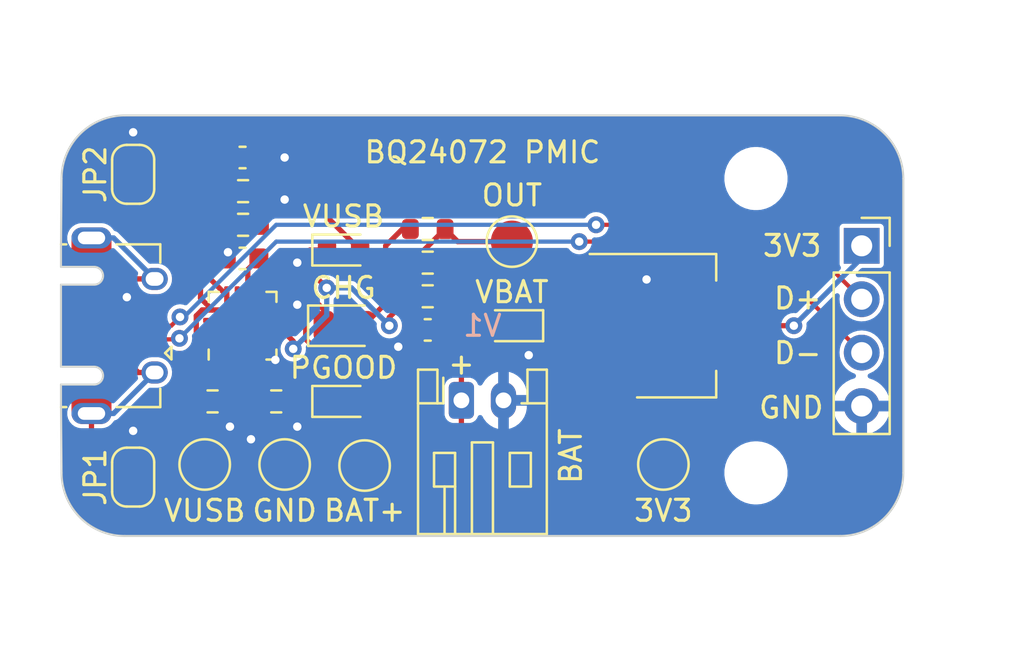
<source format=kicad_pcb>
(kicad_pcb (version 20211014) (generator pcbnew)
  (layers (0 "F.Cu" signal) (31 "B.Cu" signal) (34 "B.Paste" user) (35 "F.Paste" user) (36 "B.SilkS" user "B.Silkscreen") (37 "F.SilkS" user "F.Silkscreen") (38 "B.Mask" user) (39 "F.Mask" user) (44 "Edge.Cuts" user))
  (net 0 "")
  (net 1 "VUSB")
  (net 2 "GND")
  (net 3 "BATT+")
  (net 4 "OUT")
  (net 5 "Net-(D101-Pad2)")
  (net 6 "Net-(D202-Pad1)")
  (net 7 "Net-(D202-Pad2)")
  (net 8 "Net-(J101-Pad6)")
  (net 9 "Net-(J101-Pad4)")
  (net 10 "D+")
  (net 11 "D-")
  (net 12 "3V3")
  (net 13 "Net-(D203-Pad1)")
  (net 14 "Net-(D203-Pad2)")
  (net 15 "Net-(D102-Pad2)")
  (net 16 "Net-(R202-Pad1)")
  (net 17 "Net-(R203-Pad1)")
  (net 18 "Net-(R204-Pad2)")
  (footprint "Resistor_SMD:R_0603_1608Metric" (layer "F.Cu") (at 135.2 93.6 180)
    (fp_text reference "R204")
    (fp_text value "10k")
    (fp_line (start -0.237258 0.5225) (end 0.237258 0.5225) (layer "F.SilkS") (width 0.12))
    (fp_line (start -0.237258 -0.5225) (end 0.237258 -0.5225) (layer "F.SilkS") (width 0.12))
    (pad "1" smd roundrect locked (at -0.825 0 180) (size 0.8 0.95) (layers "F.Cu" "F.Paste" "F.Mask") (net 2 "GND"))
    (pad "2" smd roundrect locked (at 0.825 0 180) (size 0.8 0.95) (layers "F.Cu" "F.Paste" "F.Mask") (net 18 "Net-(R204-Pad2)"))
  )
  (footprint "Resistor_SMD:R_0603_1608Metric" (layer "F.Cu") (at 133.625 83.6 180)
    (fp_text reference "R101")
    (fp_text value "180")
    (fp_line (start -0.237258 -0.5225) (end 0.237258 -0.5225) (layer "F.SilkS") (width 0.12))
    (fp_line (start -0.237258 0.5225) (end 0.237258 0.5225) (layer "F.SilkS") (width 0.12))
    (pad "1" smd roundrect locked (at -0.825 0 180) (size 0.8 0.95) (layers "F.Cu" "F.Paste" "F.Mask") (net 5 "Net-(D101-Pad2)"))
    (pad "2" smd roundrect locked (at 0.825 0 180) (size 0.8 0.95) (layers "F.Cu" "F.Paste" "F.Mask") (net 1 "VUSB"))
  )
  (footprint "Resistor_SMD:R_0603_1608Metric" (layer "F.Cu") (at 132.175 93.6)
    (fp_text reference "R203")
    (fp_text value "1k")
    (fp_line (start -0.237258 0.5225) (end 0.237258 0.5225) (layer "F.SilkS") (width 0.12))
    (fp_line (start -0.237258 -0.5225) (end 0.237258 -0.5225) (layer "F.SilkS") (width 0.12))
    (pad "1" smd roundrect locked (at -0.825 0) (size 0.8 0.95) (layers "F.Cu" "F.Paste" "F.Mask") (net 17 "Net-(R203-Pad1)"))
    (pad "2" smd roundrect locked (at 0.825 0) (size 0.8 0.95) (layers "F.Cu" "F.Paste" "F.Mask") (net 2 "GND"))
  )
  (footprint "Connector_PinSocket_2.54mm:PinSocket_1x04_P2.54mm_Vertical" (layer "F.Cu") (at 163.025 86.2)
    (fp_text reference "J103")
    (fp_text value "Conn_01x04_Female")
    (fp_line (start 1.33 1.27) (end 1.33 8.95) (layer "F.SilkS") (width 0.12))
    (fp_line (start -1.33 1.27) (end 1.33 1.27) (layer "F.SilkS") (width 0.12))
    (fp_line (start 1.33 -1.33) (end 1.33 0) (layer "F.SilkS") (width 0.12))
    (fp_line (start -1.33 1.27) (end -1.33 8.95) (layer "F.SilkS") (width 0.12))
    (fp_line (start -1.33 8.95) (end 1.33 8.95) (layer "F.SilkS") (width 0.12))
    (fp_line (start 0 -1.33) (end 1.33 -1.33) (layer "F.SilkS") (width 0.12))
    (pad "1" thru_hole rect locked (at 0 0) (size 1.7 1.7) (drill 1) (layers *.Cu *.Mask) (net 12 "3V3"))
    (pad "2" thru_hole oval locked (at 0 2.54) (size 1.7 1.7) (drill 1) (layers *.Cu *.Mask) (net 10 "D+"))
    (pad "3" thru_hole oval locked (at 0 5.08) (size 1.7 1.7) (drill 1) (layers *.Cu *.Mask) (net 11 "D-"))
    (pad "4" thru_hole oval locked (at 0 7.62) (size 1.7 1.7) (drill 1) (layers *.Cu *.Mask) (net 2 "GND"))
  )
  (footprint "Resistor_SMD:R_0603_1608Metric" (layer "F.Cu") (at 142.4 87)
    (fp_text reference "R102")
    (fp_text value "47")
    (fp_line (start -0.237258 0.5225) (end 0.237258 0.5225) (layer "F.SilkS") (width 0.12))
    (fp_line (start -0.237258 -0.5225) (end 0.237258 -0.5225) (layer "F.SilkS") (width 0.12))
    (pad "1" smd roundrect locked (at -0.825 0) (size 0.8 0.95) (layers "F.Cu" "F.Paste" "F.Mask") (net 4 "OUT"))
    (pad "2" smd roundrect locked (at 0.825 0) (size 0.8 0.95) (layers "F.Cu" "F.Paste" "F.Mask") (net 15 "Net-(D102-Pad2)"))
  )
  (footprint "MountingHole:MountingHole_2.5mm" (layer "F.Cu") (at 158 97)
    (fp_text reference "REF**")
    (fp_text value "MountingHole_2.5mm")
    (pad "" np_thru_hole circle locked (at 0 0) (size 2.5 2.5) (drill 2.5) (layers *.Cu *.Mask))
  )
  (footprint "MountingHole:MountingHole_2.5mm" (layer "F.Cu") (at 158 83)
    (fp_text reference "REF**")
    (fp_text value "MountingHole_2.5mm")
    (pad "" np_thru_hole circle locked (at 0 0) (size 2.5 2.5) (drill 2.5) (layers *.Cu *.Mask))
  )
  (footprint "TestPoint:TestPoint_Pad_D2.0mm" (layer "F.Cu") (at 131.8 96.6)
    (fp_text reference "TP201")
    (fp_text value "VUSB" (at 0 2.2) (layer "F.SilkS"))
    (fp_circle (center 0 0) (end 0 1.2) (layer "F.SilkS") (width 0.12) (fill none))
    (pad "1" smd circle locked (at 0 0) (size 2 2) (layers "F.Cu" "F.Mask") (net 1 "VUSB"))
  )
  (footprint "LED_SMD:LED_0603_1608Metric" (layer "F.Cu") (at 138.4 86.4)
    (fp_text reference "D101")
    (fp_text value "VUSB" (at 0 -1.6) (layer "F.SilkS"))
    (fp_line (start 0.8 -0.735) (end -1.485 -0.735) (layer "F.SilkS") (width 0.12))
    (fp_line (start -1.485 0.735) (end 0.8 0.735) (layer "F.SilkS") (width 0.12))
    (fp_line (start -1.485 -0.735) (end -1.485 0.735) (layer "F.SilkS") (width 0.12))
    (pad "1" smd roundrect locked (at -0.7875 0) (size 0.875 0.95) (layers "F.Cu" "F.Paste" "F.Mask") (net 2 "GND"))
    (pad "2" smd roundrect locked (at 0.7875 0) (size 0.875 0.95) (layers "F.Cu" "F.Paste" "F.Mask") (net 5 "Net-(D101-Pad2)"))
  )
  (footprint "Capacitor_SMD:C_0603_1608Metric" (layer "F.Cu") (at 133.6 86.8)
    (fp_text reference "C202")
    (fp_text value "4.7u")
    (fp_line (start -0.14058 -0.51) (end 0.14058 -0.51) (layer "F.SilkS") (width 0.12))
    (fp_line (start -0.14058 0.51) (end 0.14058 0.51) (layer "F.SilkS") (width 0.12))
    (pad "1" smd roundrect locked (at -0.775 0) (size 0.9 0.95) (layers "F.Cu" "F.Paste" "F.Mask") (net 2 "GND"))
    (pad "2" smd roundrect locked (at 0.775 0) (size 0.9 0.95) (layers "F.Cu" "F.Paste" "F.Mask") (net 4 "OUT"))
  )
  (footprint "Connector_JST:JST_PH_S2B-PH-K_1x02_P2.00mm_Horizontal" (layer "F.Cu") (at 144 93.55)
    (fp_text reference "J102")
    (fp_text value "Battery")
    (fp_line (start 0.5 2) (end 1.5 2) (layer "F.SilkS") (width 0.12))
    (fp_line (start 4.06 -1.46) (end 3.14 -1.46) (layer "F.SilkS") (width 0.12))
    (fp_line (start 2.3 4.1) (end 2.3 2.5) (layer "F.SilkS") (width 0.12))
    (fp_line (start 3.14 -1.46) (end 3.14 0.14) (layer "F.SilkS") (width 0.12))
    (fp_line (start 3.3 4.1) (end 2.3 4.1) (layer "F.SilkS") (width 0.12))
    (fp_line (start -1.3 2.5) (end -1.3 4.1) (layer "F.SilkS") (width 0.12))
    (fp_line (start -0.8 4.1) (end -0.8 6.36) (layer "F.SilkS") (width 0.12))
    (fp_line (start -1.14 0.14) (end -1.14 -1.46) (layer "F.SilkS") (width 0.12))
    (fp_line (start -2.06 6.36) (end 4.06 6.36) (layer "F.SilkS") (width 0.12))
    (fp_line (start 1.5 2) (end 1.5 6.36) (layer "F.SilkS") (width 0.12))
    (fp_line (start -0.3 4.1) (end -0.3 2.5) (layer "F.SilkS") (width 0.12))
    (fp_line (start -1.14 -1.46) (end -2.06 -1.46) (layer "F.SilkS") (width 0.12))
    (fp_line (start -2.06 0.14) (end -1.14 0.14) (layer "F.SilkS") (width 0.12))
    (fp_line (start -2.06 -1.46) (end -2.06 6.36) (layer "F.SilkS") (width 0.12))
    (fp_line (start 3.14 0.14) (end 2.86 0.14) (layer "F.SilkS") (width 0.12))
    (fp_line (start 0.5 6.36) (end 0.5 2) (layer "F.SilkS") (width 0.12))
    (fp_line (start 2.3 2.5) (end 3.3 2.5) (layer "F.SilkS") (width 0.12))
    (fp_line (start -0.86 0.14) (end -0.86 -1.075) (layer "F.SilkS") (width 0.12))
    (fp_line (start -0.3 2.5) (end -1.3 2.5) (layer "F.SilkS") (width 0.12))
    (fp_line (start -0.3 4.1) (end -0.3 6.36) (layer "F.SilkS") (width 0.12))
    (fp_line (start 4.06 0.14) (end 3.14 0.14) (layer "F.SilkS") (width 0.12))
    (fp_line (start -0.86 0.14) (end -1.14 0.14) (layer "F.SilkS") (width 0.12))
    (fp_line (start 4.06 6.36) (end 4.06 -1.46) (layer "F.SilkS") (width 0.12))
    (fp_line (start 3.3 2.5) (end 3.3 4.1) (layer "F.SilkS") (width 0.12))
    (fp_line (start -1.3 4.1) (end -0.3 4.1) (layer "F.SilkS") (width 0.12))
    (pad "1" thru_hole roundrect locked (at 0 0) (size 1.2 1.75) (drill 0.75) (layers *.Cu *.Mask) (roundrect_rratio 0.208333) (net 3 "BATT+"))
    (pad "2" thru_hole oval locked (at 2 0) (size 1.2 1.75) (drill 0.75) (layers *.Cu *.Mask) (net 2 "GND"))
  )
  (footprint "TestPoint:TestPoint_Pad_D2.0mm" (layer "F.Cu") (at 139.4 96.65)
    (fp_text reference "TP101")
    (fp_text value "BAT+" (at 0 2.15) (layer "F.SilkS"))
    (fp_circle (center 0 0) (end 0 1.2) (layer "F.SilkS") (width 0.12) (fill none))
    (pad "1" smd circle locked (at 0 0) (size 2 2) (layers "F.Cu" "F.Mask") (net 3 "BATT+"))
  )
  (footprint "TestPoint:TestPoint_Pad_D2.0mm" (layer "F.Cu") (at 135.6 96.6 180)
    (fp_text reference "TP103")
    (fp_text value "GND" (at 0 -2.2) (layer "F.SilkS"))
    (fp_circle (center 0 0) (end 0 1.2) (layer "F.SilkS") (width 0.12) (fill none))
    (pad "1" smd circle locked (at 0 0 180) (size 2 2) (layers "F.Cu" "F.Mask") (net 2 "GND"))
  )
  (footprint "Capacitor_SMD:C_0603_1608Metric" (layer "F.Cu") (at 142.4 90.2)
    (fp_text reference "C203")
    (fp_text value "4.7u")
    (fp_line (start -0.14058 -0.51) (end 0.14058 -0.51) (layer "F.SilkS") (width 0.12))
    (fp_line (start -0.14058 0.51) (end 0.14058 0.51) (layer "F.SilkS") (width 0.12))
    (pad "1" smd roundrect locked (at -0.775 0) (size 0.9 0.95) (layers "F.Cu" "F.Paste" "F.Mask") (net 2 "GND"))
    (pad "2" smd roundrect locked (at 0.775 0) (size 0.9 0.95) (layers "F.Cu" "F.Paste" "F.Mask") (net 3 "BATT+"))
  )
  (footprint "Package_DFN_QFN:VQFN-16-1EP_3x3mm_P0.5mm_EP1.6x1.6mm" (layer "F.Cu") (at 133.6 90 90)
    (fp_text reference "U201")
    (fp_text value "BQ24072RGT")
    (fp_line (start -1.135 -1.61) (end -1.61 -1.61) (layer "F.SilkS") (width 0.12))
    (fp_line (start 1.135 1.61) (end 1.61 1.61) (layer "F.SilkS") (width 0.12))
    (fp_line (start -1.135 1.61) (end -1.61 1.61) (layer "F.SilkS") (width 0.12))
    (fp_line (start -1.61 1.61) (end -1.61 1.135) (layer "F.SilkS") (width 0.12))
    (fp_line (start 1.61 1.61) (end 1.61 1.135) (layer "F.SilkS") (width 0.12))
    (fp_line (start 1.135 -1.61) (end 1.61 -1.61) (layer "F.SilkS") (width 0.12))
    (fp_line (start 1.61 -1.61) (end 1.61 -1.135) (layer "F.SilkS") (width 0.12))
    (pad "1" smd roundrect locked (at -1.4375 -0.75 90) (size 0.875 0.25) (layers "F.Cu" "F.Paste" "F.Mask") (net 18 "Net-(R204-Pad2)"))
    (pad "2" smd roundrect locked (at -1.4375 -0.25 90) (size 0.875 0.25) (layers "F.Cu" "F.Paste" "F.Mask") (net 3 "BATT+"))
    (pad "3" smd roundrect locked (at -1.4375 0.25 90) (size 0.875 0.25) (layers "F.Cu" "F.Paste" "F.Mask") (net 3 "BATT+"))
    (pad "4" smd roundrect locked (at -1.4375 0.75 90) (size 0.875 0.25) (layers "F.Cu" "F.Paste" "F.Mask") (net 2 "GND"))
    (pad "5" smd roundrect locked (at -0.75 1.4375 90) (size 0.25 0.875) (layers "F.Cu" "F.Paste" "F.Mask") (net 2 "GND"))
    (pad "6" smd roundrect locked (at -0.25 1.4375 90) (size 0.25 0.875) (layers "F.Cu" "F.Paste" "F.Mask") (net 4 "OUT"))
    (pad "7" smd roundrect locked (at 0.25 1.4375 90) (size 0.25 0.875) (layers "F.Cu" "F.Paste" "F.Mask") (net 6 "Net-(D202-Pad1)"))
    (pad "8" smd roundrect locked (at 0.75 1.4375 90) (size 0.25 0.875) (layers "F.Cu" "F.Paste" "F.Mask") (net 2 "GND"))
    (pad "9" smd roundrect locked (at 1.4375 0.75 90) (size 0.875 0.25) (layers "F.Cu" "F.Paste" "F.Mask") (net 13 "Net-(D203-Pad1)"))
    (pad "10" smd roundrect locked (at 1.4375 0.25 90) (size 0.875 0.25) (layers "F.Cu" "F.Paste" "F.Mask") (net 4 "OUT"))
    (pad "11" smd roundrect locked (at 1.4375 -0.25 90) (size 0.875 0.25) (layers "F.Cu" "F.Paste" "F.Mask") (net 4 "OUT"))
    (pad "12" smd roundrect locked (at 1.4375 -0.75 90) (size 0.875 0.25) (layers "F.Cu" "F.Paste" "F.Mask") (net 16 "Net-(R202-Pad1)"))
    (pad "13" smd roundrect locked (at 0.75 -1.4375 90) (size 0.25 0.875) (layers "F.Cu" "F.Paste" "F.Mask") (net 1 "VUSB"))
    (pad "14" smd roundrect locked (at 0.25 -1.4375 90) (size 0.25 0.875) (layers "F.Cu" "F.Paste" "F.Mask"))
    (pad "15" smd roundrect locked (at -0.25 -1.4375 90) (size 0.25 0.875) (layers "F.Cu" "F.Paste" "F.Mask") (net 2 "GND"))
    (pad "16" smd roundrect locked (at -0.75 -1.4375 90) (size 0.25 0.875) (layers "F.Cu" "F.Paste" "F.Mask") (net 17 "Net-(R203-Pad1)"))
    (pad "17" smd rect locked (at 0 0 90) (size 1.6 1.6) (layers "F.Cu" "F.Mask") (net 2 "GND"))
  )
  (footprint "Resistor_SMD:R_0603_1608Metric" (layer "F.Cu") (at 133.625 85.2)
    (fp_text reference "R202")
    (fp_text value "2k")
    (fp_line (start -0.237258 0.5225) (end 0.237258 0.5225) (layer "F.SilkS") (width 0.12))
    (fp_line (start -0.237258 -0.5225) (end 0.237258 -0.5225) (layer "F.SilkS") (width 0.12))
    (pad "1" smd roundrect locked (at -0.825 0) (size 0.8 0.95) (layers "F.Cu" "F.Paste" "F.Mask") (net 16 "Net-(R202-Pad1)"))
    (pad "2" smd roundrect locked (at 0.825 0) (size 0.8 0.95) (layers "F.Cu" "F.Paste" "F.Mask") (net 2 "GND"))
  )
  (footprint "Jumper:SolderJumper-2_P1.3mm_Open_RoundedPad1.0x1.5mm" (layer "F.Cu") (at 128.4 97.2 90)
    (fp_text reference "JP1" (at 0 -1.8 90) (layer "F.SilkS"))
    (fp_text value "SolderJumper_2_Open")
    (fp_line (start 1.4 -0.3) (end 1.4 0.3) (layer "F.SilkS") (width 0.12))
    (fp_line (start -1.4 0.3) (end -1.4 -0.3) (layer "F.SilkS") (width 0.12))
    (fp_line (start 0.7 1) (end -0.7 1) (layer "F.SilkS") (width 0.12))
    (fp_line (start -0.7 -1) (end 0.7 -1) (layer "F.SilkS") (width 0.12))
    (fp_arc (start -0.7 1) (mid -1.194975 0.794975) (end -1.4 0.3) (layer "F.SilkS") (width 0.12))
    (fp_arc (start -1.4 -0.3) (mid -1.194975 -0.794975) (end -0.7 -1) (layer "F.SilkS") (width 0.12))
    (fp_arc (start 1.4 0.3) (mid 1.194975 0.794975) (end 0.7 1) (layer "F.SilkS") (width 0.12))
    (fp_arc (start 0.7 -1) (mid 1.194975 -0.794975) (end 1.4 -0.3) (layer "F.SilkS") (width 0.12))
    (pad "1" smd custom locked (at -0.65 0 90) (size 1 0.5) (layers "F.Cu" "F.Mask") (net 8 "Net-(J101-Pad6)") (options (clearance outline) (anchor rect)) (primitives (gr_circle (center 0 0.25) (end 0.5 0.25) (width 0) (fill yes)) (gr_circle (center 0 -0.25) (end 0.5 -0.25) (width 0) (fill yes)) (gr_poly (pts (xy 0.5 0.75) (xy 0 0.75) (xy 0 -0.75) (xy 0.5 -0.75)) (width 0) (fill yes))))
    (pad "2" smd custom locked (at 0.65 0 90) (size 1 0.5) (layers "F.Cu" "F.Mask") (net 2 "GND") (options (clearance outline) (anchor rect)) (primitives (gr_circle (center 0 0.25) (end 0.5 0.25) (width 0) (fill yes)) (gr_circle (center 0 -0.25) (end 0.5 -0.25) (width 0) (fill yes)) (gr_poly (pts (xy 0 0.75) (xy -0.5 0.75) (xy -0.5 -0.75) (xy 0 -0.75)) (width 0) (fill yes))))
  )
  (footprint "LED_SMD:LED_0603_1608Metric" (layer "F.Cu") (at 146.4 90 180)
    (fp_text reference "D102")
    (fp_text value "VBAT" (at 0 1.6) (layer "F.SilkS"))
    (fp_line (start -1.485 0.735) (end 0.8 0.735) (layer "F.SilkS") (width 0.12))
    (fp_line (start -1.485 -0.735) (end -1.485 0.735) (layer "F.SilkS") (width 0.12))
    (fp_line (start 0.8 -0.735) (end -1.485 -0.735) (layer "F.SilkS") (width 0.12))
    (pad "1" smd roundrect locked (at -0.7875 0 180) (size 0.875 0.95) (layers "F.Cu" "F.Paste" "F.Mask") (net 2 "GND"))
    (pad "2" smd roundrect locked (at 0.7875 0 180) (size 0.875 0.95) (layers "F.Cu" "F.Paste" "F.Mask") (net 15 "Net-(D102-Pad2)"))
  )
  (footprint "Connector_USB:USB_Micro-AB_Molex_47590-0001" (layer "F.Cu") (at 126.42 90 -90)
    (fp_text reference "J101")
    (fp_text value "USB_B_Micro")
    (fp_line (start 1.3 -3.5) (end 1.6 -3.8) (layer "F.SilkS") (width 0.12))
    (fp_line (start -3.87 -3.27) (end -3.87 -1.2) (layer "F.SilkS") (width 0.12))
    (fp_line (start 3 -3.27) (end 3.87 -3.27) (layer "F.SilkS") (width 0.12))
    (fp_line (start -3.87 -3.27) (end -3 -3.27) (layer "F.SilkS") (width 0.12))
    (fp_line (start 3.87 -3.27) (end 3.87 -1.2) (layer "F.SilkS") (width 0.12))
    (fp_line (start 1 -3.8) (end 1.6 -3.8) (layer "F.SilkS") (width 0.12))
    (fp_line (start 3.87 1.2) (end 3.87 1.45) (layer "F.SilkS") (width 0.12))
    (fp_line (start 1.3 -3.5) (end 1 -3.8) (layer "F.SilkS") (width 0.12))
    (fp_line (start -3.87 1.2) (end -3.87 1.45) (layer "F.SilkS") (width 0.12))
    (fp_line (start -3.75 1.45) (end -2.8 1.45) (layer "Edge.Cuts") (width 0.1))
    (fp_line (start -1.95 1.45) (end 1.95 1.45) (layer "Edge.Cuts") (width 0.1))
    (fp_line (start 2.8 1.45) (end 3.75 1.45) (layer "Edge.Cuts") (width 0.1))
    (fp_line (start -2.8 -0.125) (end -2.8 1.45) (layer "Edge.Cuts") (width 0.1))
    (fp_line (start 2.8 -0.125) (end 2.8 1.45) (layer "Edge.Cuts") (width 0.1))
    (fp_line (start -1.95 -0.125) (end -1.95 1.45) (layer "Edge.Cuts") (width 0.1))
    (fp_line (start 1.95 -0.125) (end 1.95 1.45) (layer "Edge.Cuts") (width 0.1))
    (fp_arc (start 1.95 -0.125) (mid 2.375 -0.55) (end 2.8 -0.125) (layer "Edge.Cuts") (width 0.1))
    (fp_arc (start -2.8 -0.125) (mid -2.375 -0.55) (end -1.95 -0.125) (layer "Edge.Cuts") (width 0.1))
    (pad "1" smd rect locked (at 1.3 -2.675 270) (size 0.4 1.35) (layers "F.Cu" "F.Paste" "F.Mask") (net 1 "VUSB"))
    (pad "2" smd rect locked (at 0.65 -2.675 270) (size 0.4 1.35) (layers "F.Cu" "F.Paste" "F.Mask") (net 11 "D-"))
    (pad "3" smd rect locked (at 0 -2.675 270) (size 0.4 1.35) (layers "F.Cu" "F.Paste" "F.Mask") (net 10 "D+"))
    (pad "4" smd rect locked (at -0.65 -2.675 270) (size 0.4 1.35) (layers "F.Cu" "F.Paste" "F.Mask") (net 9 "Net-(J101-Pad4)"))
    (pad "5" smd rect locked (at -1.3 -2.675 270) (size 0.4 1.35) (layers "F.Cu" "F.Paste" "F.Mask") (net 2 "GND"))
    (pad "6" thru_hole oval locked (at 2.225 -3 270) (size 1.05 1.25) (drill oval 0.65 0.85) (layers *.Cu *.Mask) (net 8 "Net-(J101-Pad6)"))
    (pad "6" smd rect locked (at 3.7375 0 270) (size 0.875 1.9) (layers "F.Cu" "F.Mask") (net 8 "Net-(J101-Pad6)"))
    (pad "6" thru_hole oval locked (at -2.225 -3 270) (size 1.05 1.25) (drill oval 0.65 0.85) (layers *.Cu *.Mask) (net 8 "Net-(J101-Pad6)"))
    (pad "6" thru_hole oval locked (at -4.175 0 270) (size 1 1.9) (drill oval 0.6 1.3) (layers *.Cu *.Mask) (net 8 "Net-(J101-Pad6)"))
    (pad "6" smd rect locked (at -3.7375 0 270) (size 0.875 1.9) (layers "F.Cu" "F.Mask") (net 8 "Net-(J101-Pad6)"))
    (pad "6" thru_hole oval locked (at 4.175 0 270) (size 1 1.9) (drill oval 0.6 1.3) (layers *.Cu *.Mask) (net 8 "Net-(J101-Pad6)"))
    (pad "6" smd rect locked (at 0 0 270) (size 2.9 1.9) (layers "F.Cu" "F.Paste" "F.Mask") (net 8 "Net-(J101-Pad6)"))
  )
  (footprint "Capacitor_SMD:C_0603_1608Metric" (layer "F.Cu") (at 133.6 82)
    (fp_text reference "C201")
    (fp_text value "1u")
    (fp_line (start -0.14058 -0.51) (end 0.14058 -0.51) (layer "F.SilkS") (width 0.12))
    (fp_line (start -0.14058 0.51) (end 0.14058 0.51) (layer "F.SilkS") (width 0.12))
    (pad "1" smd roundrect locked (at -0.775 0) (size 0.9 0.95) (layers "F.Cu" "F.Paste" "F.Mask") (net 1 "VUSB"))
    (pad "2" smd roundrect locked (at 0.775 0) (size 0.9 0.95) (layers "F.Cu" "F.Paste" "F.Mask") (net 2 "GND"))
  )
  (footprint "Resistor_SMD:R_0603_1608Metric" (layer "F.Cu") (at 142.4 88.6)
    (fp_text reference "R205")
    (fp_text value "47")
    (fp_line (start -0.237258 0.5225) (end 0.237258 0.5225) (layer "F.SilkS") (width 0.12))
    (fp_line (start -0.237258 -0.5225) (end 0.237258 -0.5225) (layer "F.SilkS") (width 0.12))
    (pad "1" smd roundrect locked (at -0.825 0) (size 0.8 0.95) (layers "F.Cu" "F.Paste" "F.Mask") (net 4 "OUT"))
    (pad "2" smd roundrect locked (at 0.825 0) (size 0.8 0.95) (layers "F.Cu" "F.Paste" "F.Mask") (net 7 "Net-(D202-Pad2)"))
  )
  (footprint "LED_SMD:LED_0603_1608Metric" (layer "F.Cu") (at 138.4 93.6)
    (fp_text reference "D202")
    (fp_text value "PGOOD" (at 0 -1.6) (layer "F.SilkS"))
    (fp_line (start 0.8 -0.735) (end -1.485 -0.735) (layer "F.SilkS") (width 0.12))
    (fp_line (start -1.485 -0.735) (end -1.485 0.735) (layer "F.SilkS") (width 0.12))
    (fp_line (start -1.485 0.735) (end 0.8 0.735) (layer "F.SilkS") (width 0.12))
    (pad "1" smd roundrect locked (at -0.7875 0) (size 0.875 0.95) (layers "F.Cu" "F.Paste" "F.Mask") (net 6 "Net-(D202-Pad1)"))
    (pad "2" smd roundrect locked (at 0.7875 0) (size 0.875 0.95) (layers "F.Cu" "F.Paste" "F.Mask") (net 7 "Net-(D202-Pad2)"))
  )
  (footprint "Resistor_SMD:R_0603_1608Metric" (layer "F.Cu") (at 142.4 85.4 180)
    (fp_text reference "R206")
    (fp_text value "200")
    (fp_line (start -0.237258 -0.5225) (end 0.237258 -0.5225) (layer "F.SilkS") (width 0.12))
    (fp_line (start -0.237258 0.5225) (end 0.237258 0.5225) (layer "F.SilkS") (width 0.12))
    (pad "1" smd roundrect locked (at -0.825 0 180) (size 0.8 0.95) (layers "F.Cu" "F.Paste" "F.Mask") (net 4 "OUT"))
    (pad "2" smd roundrect locked (at 0.825 0 180) (size 0.8 0.95) (layers "F.Cu" "F.Paste" "F.Mask") (net 14 "Net-(D203-Pad2)"))
  )
  (footprint "Package_TO_SOT_SMD:SOT-223-3_TabPin2" (layer "F.Cu") (at 154.2 90)
    (fp_text reference "U101")
    (fp_text value "AMS1117-3.3")
    (fp_line (start -4.1 -3.41) (end 1.91 -3.41) (layer "F.SilkS") (width 0.12))
    (fp_line (start 1.91 3.41) (end 1.91 2.15) (layer "F.SilkS") (width 0.12))
    (fp_line (start 1.91 -3.41) (end 1.91 -2.15) (layer "F.SilkS") (width 0.12))
    (fp_line (start -1.85 3.41) (end 1.91 3.41) (layer "F.SilkS") (width 0.12))
    (pad "1" smd rect locked (at -3.15 -2.3) (size 2 1.5) (layers "F.Cu" "F.Paste" "F.Mask") (net 2 "GND"))
    (pad "2" smd rect locked (at -3.15 0) (size 2 1.5) (layers "F.Cu" "F.Paste" "F.Mask") (net 12 "3V3"))
    (pad "2" smd rect locked (at 3.15 0) (size 2 3.8) (layers "F.Cu" "F.Paste" "F.Mask") (net 12 "3V3"))
    (pad "3" smd rect locked (at -3.15 2.3) (size 2 1.5) (layers "F.Cu" "F.Paste" "F.Mask") (net 4 "OUT"))
  )
  (footprint "TestPoint:TestPoint_Pad_D2.0mm" (layer "F.Cu") (at 146.4 86)
    (fp_text reference "TP102")
    (fp_text value "OUT" (at 0 -2.2) (layer "F.SilkS"))
    (fp_circle (center 0 0) (end 0 1.2) (layer "F.SilkS") (width 0.12) (fill none))
    (pad "1" smd circle locked (at 0 0) (size 2 2) (layers "F.Cu" "F.Mask") (net 4 "OUT"))
  )
  (footprint "TestPoint:TestPoint_Pad_D2.0mm" (layer "F.Cu") (at 153.6 96.6)
    (fp_text reference "TP104")
    (fp_text value "3V3" (at 0 2.2) (layer "F.SilkS"))
    (fp_circle (center 0 0) (end 0 1.2) (layer "F.SilkS") (width 0.12) (fill none))
    (pad "1" smd circle locked (at 0 0) (size 2 2) (layers "F.Cu" "F.Mask") (net 12 "3V3"))
  )
  (footprint "Jumper:SolderJumper-2_P1.3mm_Open_RoundedPad1.0x1.5mm" (layer "F.Cu") (at 128.4 82.8 90)
    (fp_text reference "JP2" (at 0 -1.8 90) (layer "F.SilkS"))
    (fp_text value "SolderJumper_2_Open")
    (fp_line (start 0.7 1) (end -0.7 1) (layer "F.SilkS") (width 0.12))
    (fp_line (start -1.4 0.3) (end -1.4 -0.3) (layer "F.SilkS") (width 0.12))
    (fp_line (start 1.4 -0.3) (end 1.4 0.3) (layer "F.SilkS") (width 0.12))
    (fp_line (start -0.7 -1) (end 0.7 -1) (layer "F.SilkS") (width 0.12))
    (fp_arc (start -1.4 -0.3) (mid -1.194975 -0.794975) (end -0.7 -1) (layer "F.SilkS") (width 0.12))
    (fp_arc (start -0.7 1) (mid -1.194975 0.794975) (end -1.4 0.3) (layer "F.SilkS") (width 0.12))
    (fp_arc (start 0.7 -1) (mid 1.194975 -0.794975) (end 1.4 -0.3) (layer "F.SilkS") (width 0.12))
    (fp_arc (start 1.4 0.3) (mid 1.194975 0.794975) (end 0.7 1) (layer "F.SilkS") (width 0.12))
    (pad "1" smd custom locked (at -0.65 0 90) (size 1 0.5) (layers "F.Cu" "F.Mask") (net 9 "Net-(J101-Pad4)") (options (clearance outline) (anchor rect)) (primitives (gr_circle (center 0 0.25) (end 0.5 0.25) (width 0) (fill yes)) (gr_circle (center 0 -0.25) (end 0.5 -0.25) (width 0) (fill yes)) (gr_poly (pts (xy 0.5 0.75) (xy 0 0.75) (xy 0 -0.75) (xy 0.5 -0.75)) (width 0) (fill yes))))
    (pad "2" smd custom locked (at 0.65 0 90) (size 1 0.5) (layers "F.Cu" "F.Mask") (net 2 "GND") (options (clearance outline) (anchor rect)) (primitives (gr_circle (center 0 0.25) (end 0.5 0.25) (width 0) (fill yes)) (gr_circle (center 0 -0.25) (end 0.5 -0.25) (width 0) (fill yes)) (gr_poly (pts (xy 0 0.75) (xy -0.5 0.75) (xy -0.5 -0.75) (xy 0 -0.75)) (width 0) (fill yes))))
  )
  (footprint "LED_SMD:LED_0805_2012Metric" (layer "F.Cu") (at 138.4 90)
    (fp_text reference "D203")
    (fp_text value "CHG" (at 0 -1.8) (layer "F.SilkS"))
    (fp_line (start 1 -0.96) (end -1.685 -0.96) (layer "F.SilkS") (width 0.12))
    (fp_line (start -1.685 0.96) (end 1 0.96) (layer "F.SilkS") (width 0.12))
    (fp_line (start -1.685 -0.96) (end -1.685 0.96) (layer "F.SilkS") (width 0.12))
    (pad "1" smd roundrect locked (at -0.9375 0) (size 0.975 1.4) (layers "F.Cu" "F.Paste" "F.Mask") (net 13 "Net-(D203-Pad1)"))
    (pad "2" smd roundrect locked (at 0.9375 0) (size 0.975 1.4) (layers "F.Cu" "F.Paste" "F.Mask") (net 14 "Net-(D203-Pad2)"))
  )
  (gr_arc (start 165 97) (mid 164.12132 99.12132) (end 162 100) (layer "Edge.Cuts") (width 0.1))
  (gr_line (start 165 83) (end 165 97) (layer "Edge.Cuts") (width 0.1))
  (gr_arc (start 125 83) (mid 125.87868 80.87868) (end 128 80) (layer "Edge.Cuts") (width 0.1))
  (gr_line (start 162 100) (end 128 100) (layer "Edge.Cuts") (width 0.1))
  (gr_line (start 124.97 86.25) (end 125 83) (layer "Edge.Cuts") (width 0.1))
  (gr_line (start 128 80) (end 162 80) (layer "Edge.Cuts") (width 0.1))
  (gr_line (start 125 97) (end 124.97 93.75) (layer "Edge.Cuts") (width 0.1))
  (gr_arc (start 162 80) (mid 164.12132 80.87868) (end 165 83) (layer "Edge.Cuts") (width 0.1))
  (gr_arc (start 128 100) (mid 125.87868 99.12132) (end 125 97) (layer "Edge.Cuts") (width 0.1))
  (gr_text "V1" (at 145 90) (layer "B.SilkS") (effects (font (size 1 1)) (justify mirror)))
  (gr_text "BQ24072 PMIC" (at 145 81.75) (layer "F.SilkS") (effects (font (size 1 1))))
  (gr_text "GND" (at 161.3 93.9) (layer "F.SilkS") (effects (font (size 1 1)) (justify right)))
  (gr_text "BAT" (at 149.2 96.2 90) (layer "F.SilkS") (effects (font (size 1 1))))
  (gr_text "D+" (at 161.2 88.7) (layer "F.SilkS") (effects (font (size 1 1)) (justify right)))
  (gr_text "+" (at 144 91.8) (layer "F.SilkS") (effects (font (size 1 1))))
  (gr_text "D-" (at 161.2 91.3) (layer "F.SilkS") (effects (font (size 1 1)) (justify right)))
  (gr_text "3V3" (at 161.2 86.2) (layer "F.SilkS") (effects (font (size 1 1)) (justify right)))
  (segment (start 131.600969 88.688469) (end 132.1625 89.25) (width 0.25) (layer "F.Cu") (net 1))
  (segment (start 130.62548 95.42548) (end 131.8 96.6) (width 0.25) (layer "F.Cu") (net 1))
  (segment (start 131.40048 90.82412) (end 131.40048 89.527192) (width 0.25) (layer "F.Cu") (net 1))
  (segment (start 131.677672 89.25) (end 132.1625 89.25) (width 0.25) (layer "F.Cu") (net 1))
  (segment (start 130.044501 91.324501) (end 130.900099 91.324501) (width 0.25) (layer "F.Cu") (net 1))
  (segment (start 131.40048 89.527192) (end 131.677672 89.25) (width 0.25) (layer "F.Cu") (net 1))
  (segment (start 130.02 91.3) (end 130.044501 91.324501) (width 0.25) (layer "F.Cu") (net 1))
  (segment (start 130.62548 91.90548) (end 130.62548 95.42548) (width 0.25) (layer "F.Cu") (net 1))
  (segment (start 130.02 91.3) (end 130.62548 91.90548) (width 0.25) (layer "F.Cu") (net 1))
  (segment (start 129.095 91.3) (end 130.02 91.3) (width 0.25) (layer "F.Cu") (net 1))
  (segment (start 132.775 83.6) (end 131.600969 84.774031) (width 0.25) (layer "F.Cu") (net 1))
  (segment (start 132.825 82) (end 132.825 83.55) (width 0.25) (layer "F.Cu") (net 1))
  (segment (start 131.600969 84.774031) (end 131.600969 88.688469) (width 0.25) (layer "F.Cu") (net 1))
  (segment (start 132.825 83.55) (end 132.775 83.6) (width 0.25) (layer "F.Cu") (net 1))
  (segment (start 130.900099 91.324501) (end 131.40048 90.82412) (width 0.25) (layer "F.Cu") (net 1))
  (segment (start 135.0375 89.25) (end 135.95 89.25) (width 0.25) (layer "F.Cu") (net 2))
  (segment (start 128.158522 88.7) (end 128.100962 88.64244) (width 0.25) (layer "F.Cu") (net 2))
  (segment (start 134.45 85.2) (end 134.45 85.15) (width 0.25) (layer "F.Cu") (net 2))
  (segment (start 136.025 93.6) (end 136.025 94.625) (width 0.25) (layer "F.Cu") (net 2))
  (segment (start 147.1875 91.3875) (end 147.2 91.4) (width 0.25) (layer "F.Cu") (net 2))
  (segment (start 136.025 94.625) (end 136.2 94.8) (width 0.25) (layer "F.Cu") (net 2))
  (segment (start 135.0375 91.505498) (end 135.15796 91.625958) (width 0.25) (layer "F.Cu") (net 2))
  (segment (start 136.8 86.4) (end 136.2 87) (width 0.25) (layer "F.Cu") (net 2))
  (segment (start 135.0375 90.8375) (end 135.0375 91.505498) (width 0.25) (layer "F.Cu") (net 2))
  (segment (start 134.4375 91.4375) (end 135.0375 90.8375) (width 0.25) (layer "F.Cu") (net 2))
  (segment (start 132.1625 90.25) (end 133.35 90.25) (width 0.25) (layer "F.Cu") (net 2))
  (segment (start 134.375 82) (end 135.6 82) (width 0.25) (layer "F.Cu") (net 2))
  (segment (start 133.35 90.25) (end 133.6 90) (width 0.25) (layer "F.Cu") (net 2))
  (segment (start 129.095 88.7) (end 128.158522 88.7) (width 0.25) (layer "F.Cu") (net 2))
  (segment (start 135.6 96.6) (end 135.2 96.6) (width 0.25) (layer "F.Cu") (net 2))
  (segment (start 141.625 90.375) (end 141 91) (width 0.25) (layer "F.Cu") (net 2))
  (segment (start 147.1875 90) (end 147.1875 91.3875) (width 0.25) (layer "F.Cu") (net 2))
  (segment (start 134.35 91.4375) (end 134.4375 91.4375) (width 0.25) (layer "F.Cu") (net 2))
  (segment (start 137.6125 86.4) (end 136.8 86.4) (width 0.25) (layer "F.Cu") (net 2))
  (segment (start 135.2 96.6) (end 134 95.4) (width 0.25) (layer "F.Cu") (net 2))
  (segment (start 134.45 85.15) (end 135.6 84) (width 0.25) (layer "F.Cu") (net 2))
  (segment (start 128.4 96.55) (end 128.4 95) (width 0.25) (layer "F.Cu") (net 2))
  (segment (start 128.4 82.15) (end 128.4 80.8) (width 0.25) (layer "F.Cu") (net 2))
  (segment (start 152.7 87.7) (end 152.8 87.8) (width 0.25) (layer "F.Cu") (net 2))
  (segment (start 133.6 90) (end 134.35 90.75) (width 0.25) (layer "F.Cu") (net 2))
  (segment (start 135.0375 90.75) (end 135.0375 90.8375) (width 0.25) (layer "F.Cu") (net 2))
  (segment (start 135.95 89.25) (end 136.2 89) (width 0.25) (layer "F.Cu") (net 2))
  (segment (start 133 93.6) (end 133 94.8) (width 0.25) (layer "F.Cu") (net 2))
  (segment (start 151.05 87.7) (end 152.7 87.7) (width 0.25) (layer "F.Cu") (net 2))
  (segment (start 132.906851 86.718149) (end 132.906851 86.503906) (width 0.25) (layer "F.Cu") (net 2))
  (segment (start 141.625 90.2) (end 141.625 90.375) (width 0.25) (layer "F.Cu") (net 2))
  (segment (start 132.825 86.8) (end 132.906851 86.718149) (width 0.25) (layer "F.Cu") (net 2))
  (segment (start 134.35 90.75) (end 134.35 91.4375) (width 0.25) (layer "F.Cu") (net 2))
  (via (at 132.906851 86.503906) (size 0.8) (drill 0.4) (layers "F.Cu" "B.Cu") (net 2))
  (via (at 134 95.4) (size 0.8) (drill 0.4) (layers "F.Cu" "B.Cu") (net 2))
  (via (at 136.2 89) (size 0.8) (drill 0.4) (layers "F.Cu" "B.Cu") (net 2))
  (via (at 135.6 82) (size 0.8) (drill 0.4) (layers "F.Cu" "B.Cu") (net 2))
  (via (at 128.100962 88.64244) (size 0.8) (drill 0.4) (layers "F.Cu" "B.Cu") (net 2))
  (via (at 135.6 84) (size 0.8) (drill 0.4) (layers "F.Cu" "B.Cu") (net 2))
  (via (at 136.2 94.8) (size 0.8) (drill 0.4) (layers "F.Cu" "B.Cu") (net 2))
  (via (at 152.8 87.8) (size 0.8) (drill 0.4) (layers "F.Cu" "B.Cu") (net 2))
  (via (at 128.4 95) (size 0.8) (drill 0.4) (layers "F.Cu" "B.Cu") (net 2))
  (via (at 135.15796 91.625958) (size 0.8) (drill 0.4) (layers "F.Cu" "B.Cu") (net 2))
  (via (at 133 94.8) (size 0.8) (drill 0.4) (layers "F.Cu" "B.Cu") (net 2))
  (via (at 128.4 80.8) (size 0.8) (drill 0.4) (layers "F.Cu" "B.Cu") (net 2))
  (via (at 141 91) (size 0.8) (drill 0.4) (layers "F.Cu" "B.Cu") (net 2))
  (via (at 136.2 87) (size 0.8) (drill 0.4) (layers "F.Cu" "B.Cu") (net 2))
  (via (at 147.2 91.4) (size 0.8) (drill 0.4) (layers "F.Cu" "B.Cu") (net 2))
  (segment (start 139.4 96.65) (end 142.35 96.65) (width 0.25) (layer "F.Cu") (net 3))
  (segment (start 143.175 90.2) (end 144 91.025) (width 0.25) (layer "F.Cu") (net 3))
  (segment (start 136.442263 92.80048) (end 136.85048 93.208697) (width 0.25) (layer "F.Cu") (net 3))
  (segment (start 136.85048 94.10048) (end 139.4 96.65) (width 0.25) (layer "F.Cu") (net 3))
  (segment (start 133.85 91.4375) (end 133.85 91.922328) (width 0.25) (layer "F.Cu") (net 3))
  (segment (start 133.35 91.4375) (end 133.85 91.4375) (width 0.25) (layer "F.Cu") (net 3))
  (segment (start 133.85 91.922328) (end 134.728152 92.80048) (width 0.25) (layer "F.Cu") (net 3))
  (segment (start 134.728152 92.80048) (end 136.442263 92.80048) (width 0.25) (layer "F.Cu") (net 3))
  (segment (start 144 95) (end 144 93.55) (width 0.25) (layer "F.Cu") (net 3))
  (segment (start 144 91.025) (end 144 93.55) (width 0.25) (layer "F.Cu") (net 3))
  (segment (start 142.35 96.65) (end 144 95) (width 0.25) (layer "F.Cu") (net 3))
  (segment (start 136.85048 93.208697) (end 136.85048 94.10048) (width 0.25) (layer "F.Cu") (net 3))
  (segment (start 143.225 85.4) (end 143.825 86) (width 0.25) (layer "F.Cu") (net 4))
  (segment (start 143.825 86) (end 146.4 86) (width 0.25) (layer "F.Cu") (net 4))
  (segment (start 133.85 88.5625) (end 133.85 87.325) (width 0.25) (layer "F.Cu") (net 4))
  (segment (start 137.6 88.2) (end 137.20048 87.80048) (width 0.25) (layer "F.Cu") (net 4))
  (segment (start 133.85 88.077672) (end 133.85 88.5625) (width 0.25) (layer "F.Cu") (net 4))
  (segment (start 135.522328 90.25) (end 136.008406 90.736078) (width 0.25) (layer "F.Cu") (net 4))
  (segment (start 133.85 87.325) (end 134.375 86.8) (width 0.25) (layer "F.Cu") (net 4))
  (segment (start 148.8 90.05) (end 151.05 92.3) (width 0.25) (layer "F.Cu") (net 4))
  (segment (start 141.625 87) (end 143.225 85.4) (width 0.25) (layer "F.Cu") (net 4))
  (segment (start 141.575 87) (end 141.625 87) (width 0.25) (layer "F.Cu") (net 4))
  (segment (start 148.8 88.4) (end 148.8 90.05) (width 0.25) (layer "F.Cu") (net 4))
  (segment (start 146.4 86) (end 148.8 88.4) (width 0.25) (layer "F.Cu") (net 4))
  (segment (start 137.20048 87.80048) (end 134.127192 87.80048) (width 0.25) (layer "F.Cu") (net 4))
  (segment (start 141.575 88.6) (end 141.575 87) (width 0.25) (layer "F.Cu") (net 4))
  (segment (start 140.5755 90) (end 140.5755 89.5995) (width 0.25) (layer "F.Cu") (net 4))
  (segment (start 133.35 88.5625) (end 133.85 88.5625) (width 0.25) (layer "F.Cu") (net 4))
  (segment (start 140.5755 89.5995) (end 141.575 88.6) (width 0.25) (layer "F.Cu") (net 4))
  (segment (start 134.127192 87.80048) (end 133.85 88.077672) (width 0.25) (layer "F.Cu") (net 4))
  (segment (start 135.0375 90.25) (end 135.522328 90.25) (width 0.25) (layer "F.Cu") (net 4))
  (via (at 136.008406 91.100842) (size 0.8) (drill 0.4) (layers "F.Cu" "B.Cu") (net 4))
  (via (at 137.6 88.2) (size 0.8) (drill 0.4) (layers "F.Cu" "B.Cu") (net 4))
  (via (at 140.5755 90) (size 0.8) (drill 0.4) (layers "F.Cu" "B.Cu") (net 4))
  (segment (start 136.008406 91.100842) (end 137.6 89.509248) (width 0.25) (layer "B.Cu") (net 4))
  (segment (start 138.7755 88.2) (end 140.5755 90) (width 0.25) (layer "B.Cu") (net 4))
  (segment (start 137.6 89.509248) (end 137.6 88.2) (width 0.25) (layer "B.Cu") (net 4))
  (segment (start 137.6 88.2) (end 138.7755 88.2) (width 0.25) (layer "B.Cu") (net 4))
  (segment (start 134.425 83.6) (end 134.749501 83.275499) (width 0.25) (layer "F.Cu") (net 5))
  (segment (start 136.062999 83.275499) (end 139.1875 86.4) (width 0.25) (layer "F.Cu") (net 5))
  (segment (start 134.749501 83.275499) (end 136.062999 83.275499) (width 0.25) (layer "F.Cu") (net 5))
  (segment (start 135.0375 89.75) (end 136.35 89.75) (width 0.25) (layer "F.Cu") (net 6))
  (segment (start 136.6 90) (end 136.6 90.641155) (width 0.25) (layer "F.Cu") (net 6))
  (segment (start 136.35 89.75) (end 136.6 90) (width 0.25) (layer "F.Cu") (net 6))
  (segment (start 136.6 90.641155) (end 137.6125 91.653655) (width 0.25) (layer "F.Cu") (net 6))
  (segment (start 137.6125 91.653655) (end 137.6125 93.6) (width 0.25) (layer "F.Cu") (net 6))
  (segment (start 142.40048 90.676658) (end 142.40048 89.42452) (width 0.25) (layer "F.Cu") (net 7))
  (segment (start 142.40048 89.42452) (end 143.225 88.6) (width 0.25) (layer "F.Cu") (net 7))
  (segment (start 139.1875 93.6) (end 139.477138 93.6) (width 0.25) (layer "F.Cu") (net 7))
  (segment (start 139.477138 93.6) (end 142.40048 90.676658) (width 0.25) (layer "F.Cu") (net 7))
  (segment (start 128.4 97.85) (end 127.25 97.85) (width 0.25) (layer "F.Cu") (net 8))
  (segment (start 127.943802 87.775) (end 129.42 87.775) (width 0.25) (layer "F.Cu") (net 8))
  (segment (start 126.42 90) (end 126.42 89.298802) (width 0.25) (layer "F.Cu") (net 8))
  (segment (start 126.4 97) (end 126.42 96.98) (width 0.25) (layer "F.Cu") (net 8))
  (segment (start 126.42 89.298802) (end 127.943802 87.775) (width 0.25) (layer "F.Cu") (net 8))
  (segment (start 127.25 97.85) (end 126.4 97) (width 0.25) (layer "F.Cu") (net 8))
  (segment (start 128.645 92.225) (end 129.42 92.225) (width 0.25) (layer "F.Cu") (net 8))
  (segment (start 126.42 96.98) (end 126.42 94.175) (width 0.25) (layer "F.Cu") (net 8))
  (segment (start 126.42 90) (end 128.645 92.225) (width 0.25) (layer "F.Cu") (net 8))
  (segment (start 126.42 85.825) (end 127.47 85.825) (width 0.25) (layer "B.Cu") (net 8))
  (segment (start 126.42 94.175) (end 127.47 94.175) (width 0.25) (layer "B.Cu") (net 8))
  (segment (start 127.47 85.825) (end 129.42 87.775) (width 0.25) (layer "B.Cu") (net 8))
  (segment (start 127.47 94.175) (end 129.42 92.225) (width 0.25) (layer "B.Cu") (net 8))
  (segment (start 129.095 89.35) (end 129.836156 89.35) (width 0.25) (layer "F.Cu") (net 9))
  (segment (start 130.36952 85.41952) (end 128.4 83.45) (width 0.25) (layer "F.Cu") (net 9))
  (segment (start 129.836156 89.35) (end 130.36952 88.816636) (width 0.25) (layer "F.Cu") (net 9))
  (segment (start 130.36952 88.816636) (end 130.36952 85.41952) (width 0.25) (layer "F.Cu") (net 9))
  (segment (start 130.210756 90) (end 130.626491 89.584265) (width 0.2) (layer "F.Cu") (net 10))
  (segment (start 159.485 85.2) (end 163.025 88.74) (width 0.2) (layer "F.Cu") (net 10))
  (segment (start 129.095 90) (end 130.210756 90) (width 0.2) (layer "F.Cu") (net 10))
  (segment (start 150.4 85.2) (end 159.485 85.2) (width 0.2) (layer "F.Cu") (net 10))
  (via (at 150.4 85.2) (size 0.8) (drill 0.4) (layers "F.Cu" "B.Cu") (net 10))
  (via (at 130.626491 89.584265) (size 0.8) (drill 0.4) (layers "F.Cu" "B.Cu") (net 10))
  (segment (start 150.4 85.2) (end 135.2 85.2) (width 0.2) (layer "B.Cu") (net 10))
  (segment (start 130.815735 89.584265) (end 130.626491 89.584265) (width 0.2) (layer "B.Cu") (net 10))
  (segment (start 135.2 85.2) (end 130.815735 89.584265) (width 0.2) (layer "B.Cu") (net 10))
  (segment (start 149.6 86) (end 157.745 86) (width 0.2) (layer "F.Cu") (net 11))
  (segment (start 157.745 86) (end 163.025 91.28) (width 0.2) (layer "F.Cu") (net 11))
  (segment (start 129.095 90.65) (end 130.55 90.65) (width 0.2) (layer "F.Cu") (net 11))
  (segment (start 130.55 90.65) (end 130.6 90.6) (width 0.2) (layer "F.Cu") (net 11))
  (via (at 149.6 86) (size 0.8) (drill 0.4) (layers "F.Cu" "B.Cu") (net 11))
  (via (at 130.6 90.6) (size 0.8) (drill 0.4) (layers "F.Cu" "B.Cu") (net 11))
  (segment (start 135.2 86) (end 130.6 90.6) (width 0.2) (layer "B.Cu") (net 11))
  (segment (start 135.2 86) (end 149.6 86) (width 0.2) (layer "B.Cu") (net 11))
  (segment (start 151.05 90) (end 157.35 90) (width 0.25) (layer "F.Cu") (net 12))
  (segment (start 153.4 92.35) (end 153.4 96.6) (width 0.25) (layer "F.Cu") (net 12))
  (segment (start 157.35 90) (end 159.8 90) (width 0.25) (layer "F.Cu") (net 12))
  (segment (start 151.05 90) (end 153.4 92.35) (width 0.25) (layer "F.Cu") (net 12))
  (via (at 159.8 90) (size 0.8) (drill 0.4) (layers "F.Cu" "B.Cu") (net 12))
  (segment (start 159.8 90) (end 163.025 86.775) (width 0.25) (layer "B.Cu") (net 12))
  (segment (start 163.025 86.775) (end 163.025 86.2) (width 0.25) (layer "B.Cu") (net 12))
  (segment (start 137.4625 89.2379) (end 137.4625 90) (width 0.25) (layer "F.Cu") (net 13))
  (segment (start 134.35 88.5625) (end 134.637001 88.275499) (width 0.25) (layer "F.Cu") (net 13))
  (segment (start 134.637001 88.275499) (end 136.500099 88.275499) (width 0.25) (layer "F.Cu") (net 13))
  (segment (start 136.500099 88.275499) (end 137.4625 89.2379) (width 0.25) (layer "F.Cu") (net 13))
  (segment (start 140.4 86.2) (end 141.2 85.4) (width 0.25) (layer "F.Cu") (net 14))
  (segment (start 140.4 88.9375) (end 140.4 86.2) (width 0.25) (layer "F.Cu") (net 14))
  (segment (start 139.3375 90) (end 140.4 88.9375) (width 0.25) (layer "F.Cu") (net 14))
  (segment (start 141.2 85.4) (end 141.575 85.4) (width 0.25) (layer "F.Cu") (net 14))
  (segment (start 144.2 87) (end 145.6125 88.4125) (width 0.25) (layer "F.Cu") (net 15))
  (segment (start 145.6125 88.4125) (end 145.6125 90) (width 0.25) (layer "F.Cu") (net 15))
  (segment (start 143.225 87) (end 144.2 87) (width 0.25) (layer "F.Cu") (net 15))
  (segment (start 132.8 85.2) (end 132.05048 85.94952) (width 0.25) (layer "F.Cu") (net 16))
  (segment (start 132.05048 85.94952) (end 132.05048 87.76298) (width 0.25) (layer "F.Cu") (net 16))
  (segment (start 132.05048 87.76298) (end 132.85 88.5625) (width 0.25) (layer "F.Cu") (net 16))
  (segment (start 131.35 93.05) (end 132.1625 92.2375) (width 0.25) (layer "F.Cu") (net 17))
  (segment (start 132.1625 92.2375) (end 132.1625 90.75) (width 0.25) (layer "F.Cu") (net 17))
  (segment (start 131.35 93.6) (end 131.35 93.05) (width 0.25) (layer "F.Cu") (net 17))
  (segment (start 132.85 92.075) (end 132.85 91.4375) (width 0.25) (layer "F.Cu") (net 18))
  (segment (start 134.375 93.6) (end 132.85 92.075) (width 0.25) (layer "F.Cu") (net 18))
  (zone (net 2) (net_name "GND") (layer "B.Cu") (connect_pads (clearance 0)) (min_thickness 0.254) (fill yes (thermal_gap 0.508) (thermal_bridge_width 0.508))
    (polygon (pts (xy 166 79) (xy 166 101) (xy 124 101) (xy 124 79)))
  )
)
</source>
